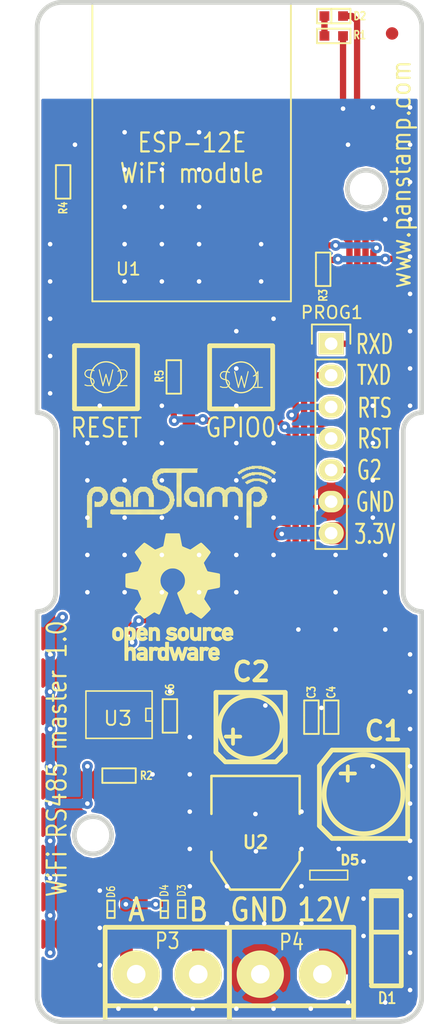
<source format=kicad_pcb>
(kicad_pcb (version 4) (host pcbnew 4.1.0-alpha+201607250104+6992~46~ubuntu14.04.1-product)
  (title_block (title "ESP8266 RS485 master") (date 2016-07-27) (rev 1.0) (company "panStamp S.L.U."))
  (layers (0 Front signal) (1 Ground power) (2 Power power) (31 Back signal) (34 B.Paste user) (35 F.Paste user) (36 B.SilkS user) (37 F.SilkS user) (38 B.Mask user) (39 F.Mask user) (44 Edge.Cuts user))
  (net 0 "")
  (net 1 GND)
  (net 2 "Net-(C1-Pad1)")
  (net 3 +3V3)
  (net 4 +12V)
  (net 5 "Net-(D2-Pad1)")
  (net 6 /GPIO15)
  (net 7 /RS485_A)
  (net 8 /RS485_B)
  (net 9 /RXD)
  (net 10 /TXD)
  (net 11 /GPIO0)
  (net 12 /RESET)
  (net 13 /GPIO2)
  (net 14 "Net-(U1-Pad9)")
  (net 15 "Net-(U1-Pad10)")
  (net 16 "Net-(U1-Pad11)")
  (net 17 "Net-(U1-Pad12)")
  (net 18 "Net-(U1-Pad13)")
  (net 19 "Net-(U1-Pad14)")
  (net 20 /ADC)
  (net 21 "Net-(U1-Pad4)")
  (net 22 "Net-(U1-Pad5)")
  (net 23 "Net-(U1-Pad6)")
  (net 24 "Net-(U1-Pad7)")
  (net 25 "Net-(U1-Pad19)")
  (net 26 /RTS)
  (net 27 "Net-(R4-Pad1)")
  (module Pin_Headers:Pin_Header_Straight_1x07 (layer Front) (at 164.64 72.01)
    (fp_text reference PROG1 (at 0.06 -2.51) (layer F.SilkS))
    (fp_text value CONN_01X07)
    (pad 1 thru_hole rect (at 0 0) (size 2.032 1.7272) (drill 1.016) (layers *.Cu *.Mask F.SilkS) (net 9 /RXD))
    (pad 2 thru_hole oval (at 0 2.54) (size 2.032 1.7272) (drill 1.016) (layers *.Cu *.Mask F.SilkS) (net 10 /TXD))
    (pad 3 thru_hole oval (at 0 5.08) (size 2.032 1.7272) (drill 1.016) (layers *.Cu *.Mask F.SilkS) (net 26 /RTS))
    (pad 4 thru_hole oval (at 0 7.62) (size 2.032 1.7272) (drill 1.016) (layers *.Cu *.Mask F.SilkS) (net 12 /RESET))
    (pad 5 thru_hole oval (at 0 10.16) (size 2.032 1.7272) (drill 1.016) (layers *.Cu *.Mask F.SilkS) (net 13 /GPIO2))
    (pad 6 thru_hole oval (at 0 12.7) (size 2.032 1.7272) (drill 1.016) (layers *.Cu *.Mask F.SilkS) (net 1 GND))
    (pad 7 thru_hole oval (at 0 15.24) (size 2.032 1.7272) (drill 1.016) (layers *.Cu *.Mask F.SilkS) (net 3 +3V3))
  )
  (module mysmd:switch-tact-noah (layer Front) (at 157.39 74.71)
    (fp_text reference SW1 (at 0.02 0.23) (layer F.SilkS) (effects (font (size 1.27 1.27) (thickness 0.0889))))
    (fp_text value SW_PUSH_SMALL hide)
    (pad 1 smd rect (at -2.49936 -1.75006) (size 1.99898 1.00076) (layers Front F.Paste F.Mask) (net 11 /GPIO0))
    (pad 3 smd rect (at 2.49936 -1.75006) (size 1.99898 1.00076) (layers Front F.Paste F.Mask))
    (pad 2 smd rect (at -2.49936 1.75006) (size 1.99898 1.00076) (layers Front F.Paste F.Mask) (net 1 GND))
    (pad 4 smd rect (at 2.49936 1.75006) (size 1.99898 1.00076) (layers Front F.Paste F.Mask))
  )
  (module mysmd:switch-tact-noah (layer Front) (at 146.5 74.7)
    (fp_text reference SW2 (at 0 0.1) (layer F.SilkS) (effects (font (size 1.27 1.27) (thickness 0.0889))))
    (fp_text value SW_PUSH_SMALL hide)
    (pad 1 smd rect (at -2.49936 -1.75006) (size 1.99898 1.00076) (layers Front F.Paste F.Mask) (net 12 /RESET))
    (pad 3 smd rect (at 2.49936 -1.75006) (size 1.99898 1.00076) (layers Front F.Paste F.Mask))
    (pad 2 smd rect (at -2.49936 1.75006) (size 1.99898 1.00076) (layers Front F.Paste F.Mask) (net 1 GND))
    (pad 4 smd rect (at 2.49936 1.75006) (size 1.99898 1.00076) (layers Front F.Paste F.Mask))
  )
  (module ESP8266:ESP-12E (layer Front) (at 145.4 53)
    (fp_text reference U1 (at 2.9 13) (layer F.SilkS))
    (fp_text value ESP-12E)
    (pad 9 smd oval (at 2.99 15.75 90) (size 2.4 1.1) (layers Front F.Paste F.Mask) (net 14 "Net-(U1-Pad9)"))
    (pad 10 smd oval (at 4.99 15.75 90) (size 2.4 1.1) (layers Front F.Paste F.Mask) (net 15 "Net-(U1-Pad10)"))
    (pad 11 smd oval (at 6.99 15.75 90) (size 2.4 1.1) (layers Front F.Paste F.Mask) (net 16 "Net-(U1-Pad11)"))
    (pad 12 smd oval (at 8.99 15.75 90) (size 2.4 1.1) (layers Front F.Paste F.Mask) (net 17 "Net-(U1-Pad12)"))
    (pad 13 smd oval (at 10.99 15.75 90) (size 2.4 1.1) (layers Front F.Paste F.Mask) (net 18 "Net-(U1-Pad13)"))
    (pad 14 smd oval (at 12.99 15.75 90) (size 2.4 1.1) (layers Front F.Paste F.Mask) (net 19 "Net-(U1-Pad14)"))
    (pad 1 smd rect (at 0 0) (size 2.4 1.1) (layers Front F.Paste F.Mask) (net 12 /RESET))
    (pad 2 smd oval (at 0 2) (size 2.4 1.1) (layers Front F.Paste F.Mask) (net 20 /ADC))
    (pad 3 smd oval (at 0 4) (size 2.4 1.1) (layers Front F.Paste F.Mask) (net 27 "Net-(R4-Pad1)"))
    (pad 4 smd oval (at 0 6) (size 2.4 1.1) (layers Front F.Paste F.Mask) (net 21 "Net-(U1-Pad4)"))
    (pad 5 smd oval (at 0 8) (size 2.4 1.1) (layers Front F.Paste F.Mask) (net 22 "Net-(U1-Pad5)"))
    (pad 6 smd oval (at 0 10) (size 2.4 1.1) (layers Front F.Paste F.Mask) (net 23 "Net-(U1-Pad6)"))
    (pad 7 smd oval (at 0 12) (size 2.4 1.1) (layers Front F.Paste F.Mask) (net 24 "Net-(U1-Pad7)"))
    (pad 8 smd oval (at 0 14) (size 2.4 1.1) (layers Front F.Paste F.Mask) (net 3 +3V3))
    (pad 15 smd oval (at 16 14) (size 2.4 1.1) (layers Front F.Paste F.Mask) (net 1 GND))
    (pad 16 smd oval (at 16 12) (size 2.4 1.1) (layers Front F.Paste F.Mask) (net 6 /GPIO15))
    (pad 17 smd oval (at 16 10) (size 2.4 1.1) (layers Front F.Paste F.Mask) (net 13 /GPIO2))
    (pad 18 smd oval (at 16 8) (size 2.4 1.1) (layers Front F.Paste F.Mask) (net 11 /GPIO0))
    (pad 19 smd oval (at 16 6) (size 2.4 1.1) (layers Front F.Paste F.Mask) (net 25 "Net-(U1-Pad19)"))
    (pad 20 smd oval (at 16 4) (size 2.4 1.1) (layers Front F.Paste F.Mask) (net 26 /RTS))
    (pad 21 smd oval (at 16 2) (size 2.4 1.1) (layers Front F.Paste F.Mask) (net 9 /RXD))
    (pad 22 smd oval (at 16 0) (size 2.4 1.1) (layers Front F.Paste F.Mask) (net 10 /TXD))
  )
  (module myconnectors:terminal_block_5mm_2P (layer Front) (at 151.45 122.75)
    (fp_text reference P3 (at 0 -2.7 180) (layer F.SilkS) (effects (font (size 1.27 1.016) (thickness 0.1524))))
    (fp_text value CONN_01X02 hide)
    (pad 1 thru_hole circle (at -2.51714 -0.0254) (size 3.81 3.81) (drill 1.4986) (layers *.Cu *.Mask F.SilkS) (net 7 /RS485_A))
    (pad 2 thru_hole circle (at 2.48412 -0.0254) (size 3.81 3.81) (drill 1.4986) (layers *.Cu *.Mask F.SilkS) (net 8 /RS485_B))
  )
  (module myconnectors:terminal_block_5mm_2P (layer Front) (at 161.45 122.75)
    (fp_text reference P4 (at 0 -2.6 180) (layer F.SilkS) (effects (font (size 1.27 1.016) (thickness 0.1524))))
    (fp_text value CONN_01X02 hide)
    (pad 1 thru_hole circle (at -2.51714 -0.0254) (size 3.81 3.81) (drill 1.4986) (layers *.Cu *.Mask F.SilkS) (net 1 GND))
    (pad 2 thru_hole circle (at 2.48412 -0.0254) (size 3.81 3.81) (drill 1.4986) (layers *.Cu *.Mask F.SilkS) (net 4 +12V))
  )
  (module mysmd:SMDCPOL_6.3 (layer Front) (at 167.25 108.25)
    (fp_text reference C1 (at 1.6 -5.1) (layer F.SilkS) (effects (font (thickness 0.3048))))
    (fp_text value 47u hide)
    (fp_text user + (at -1.27 -1.778) (layer F.SilkS) (effects (font (thickness 0.3048))))
    (pad 2 smd rect (at 2.286 0) (size 2.79908 1.00076) (layers Front F.Paste F.Mask) (net 1 GND))
    (pad 1 smd rect (at -2.286 0) (size 2.79908 1.00076) (layers Front F.Paste F.Mask) (net 2 "Net-(C1-Pad1)"))
  )
  (module mysmd:SMDCPOL_5 (layer Front) (at 158.15 102.85 90)
    (fp_text reference C2 (at 4.45 0.05 180) (layer F.SilkS) (effects (font (thickness 0.3048))))
    (fp_text value 22u hide)
    (fp_text user + (at -0.762 -1.524 90) (layer F.SilkS) (effects (font (thickness 0.3048))))
    (pad 1 smd rect (at -1.778 0 90) (size 2.49936 1.00076) (layers Front F.Paste F.Mask) (net 3 +3V3))
    (pad 2 smd rect (at 1.778 0 90) (size 2.49936 1.00076) (layers Front F.Paste F.Mask) (net 1 GND))
  )
  (module mysmd:SM0603S (layer Front) (at 163.05 102.05 90)
    (fp_text reference C3 (at 2 0 90) (layer F.SilkS) (effects (font (size 0.635 0.508) (thickness 0.127))))
    (fp_text value 1u hide)
    (pad 2 smd rect (at 0.7493 0 90) (size 0.7874 0.762) (layers Front F.Paste F.Mask) (net 1 GND))
    (pad 1 smd rect (at -0.7493 0 90) (size 0.7874 0.762) (layers Front F.Paste F.Mask) (net 3 +3V3))
  )
  (module mysmd:SM0603S (layer Front) (at 164.65 102.05 90)
    (fp_text reference C4 (at 2 0 90) (layer F.SilkS) (effects (font (size 0.635 0.508) (thickness 0.127))))
    (fp_text value 100n hide)
    (pad 2 smd rect (at 0.7493 0 90) (size 0.7874 0.762) (layers Front F.Paste F.Mask) (net 1 GND))
    (pad 1 smd rect (at -0.7493 0 90) (size 0.7874 0.762) (layers Front F.Paste F.Mask) (net 3 +3V3))
  )
  (module mysmd:SM0603S (layer Front) (at 151.65 101.95 90)
    (fp_text reference C6 (at 2.1 0 90) (layer F.SilkS) (effects (font (size 0.635 0.508) (thickness 0.127))))
    (fp_text value 100n hide)
    (pad 2 smd rect (at 0.7493 0 90) (size 0.7874 0.762) (layers Front F.Paste F.Mask) (net 1 GND))
    (pad 1 smd rect (at -0.7493 0 90) (size 0.7874 0.762) (layers Front F.Paste F.Mask) (net 3 +3V3))
  )
  (module mysmd:SMA (layer Front) (at 169.15 119.85 90)
    (fp_text reference D1 (at -4.8 0 -180) (layer F.SilkS) (effects (font (size 0.889 0.762) (thickness 0.1524))))
    (fp_text value DIODESCH hide)
    (pad 2 smd rect (at -1.99898 0 90) (size 2.50952 1.70942) (layers Front F.Paste F.Mask) (net 4 +12V))
    (pad 1 smd rect (at 1.99898 0 90) (size 2.50952 1.70942) (layers Front F.Paste F.Mask) (net 2 "Net-(C1-Pad1)"))
  )
  (module mysmd:SM0603S_POL (layer Front) (at 164.85 45.65 180)
    (fp_text reference D2 (at -2.1 0 180) (layer F.SilkS) (effects (font (size 0.635 0.508) (thickness 0.127))))
    (fp_text value LED hide)
    (pad 1 smd rect (at 0.7493 0 180) (size 0.7874 0.762) (layers Front F.Paste F.Mask) (net 5 "Net-(D2-Pad1)"))
    (pad 2 smd rect (at -0.7493 0 180) (size 0.7874 0.762) (layers Front F.Paste F.Mask) (net 6 /GPIO15))
  )
  (module mysmd:SM0603S (layer Front) (at 164.85 47.25 180)
    (fp_text reference R1 (at -2.09 0.07 180) (layer F.SilkS) (effects (font (size 0.635 0.508) (thickness 0.127))))
    (fp_text value 470 hide)
    (pad 2 smd rect (at 0.7493 0 180) (size 0.7874 0.762) (layers Front F.Paste F.Mask) (net 5 "Net-(D2-Pad1)"))
    (pad 1 smd rect (at -0.7493 0 180) (size 0.7874 0.762) (layers Front F.Paste F.Mask) (net 1 GND))
  )
  (module mysmd:SM0603S (layer Front) (at 147.55 106.75)
    (fp_text reference R2 (at 2.2 0) (layer F.SilkS) (effects (font (size 0.635 0.508) (thickness 0.127))))
    (fp_text value 120 hide)
    (pad 2 smd rect (at 0.7493 0) (size 0.7874 0.762) (layers Front F.Paste F.Mask) (net 8 /RS485_B))
    (pad 1 smd rect (at -0.7493 0) (size 0.7874 0.762) (layers Front F.Paste F.Mask) (net 7 /RS485_A))
  )
  (module libcms:SOT223 (layer Front) (at 158.55 111.35 180)
    (fp_text reference U2 (at 0 -0.762 180) (layer F.SilkS) (effects (font (size 1.016 1.016) (thickness 0.2032))))
    (fp_text value UA78M33 hide)
    (pad 4 smd rect (at 0 -3.302 180) (size 3.6576 2.032) (layers Front F.Paste F.Mask) (net 1 GND))
    (pad 2 smd rect (at 0 3.302 180) (size 1.016 2.032) (layers Front F.Paste F.Mask) (net 1 GND))
    (pad 3 smd rect (at 2.286 3.302 180) (size 1.016 2.032) (layers Front F.Paste F.Mask) (net 3 +3V3))
    (pad 1 smd rect (at -2.286 3.302 180) (size 1.016 2.032) (layers Front F.Paste F.Mask) (net 2 "Net-(C1-Pad1)"))
  )
  (module libcms:SO8E (layer Front) (at 147.55 101.85 180)
    (fp_text reference U3 (at 0.1 -0.3 180) (layer F.SilkS) (effects (font (size 1.143 1.143) (thickness 0.1524))))
    (fp_text value MAX487 hide)
    (pad 8 smd rect (at -1.905 -2.667 180) (size 0.59944 1.39954) (layers Front F.Paste F.Mask) (net 3 +3V3))
    (pad 1 smd rect (at -1.905 2.667 180) (size 0.59944 1.39954) (layers Front F.Paste F.Mask) (net 9 /RXD))
    (pad 7 smd rect (at -0.635 -2.667 180) (size 0.59944 1.39954) (layers Front F.Paste F.Mask) (net 8 /RS485_B))
    (pad 6 smd rect (at 0.635 -2.667 180) (size 0.59944 1.39954) (layers Front F.Paste F.Mask) (net 7 /RS485_A))
    (pad 5 smd rect (at 1.905 -2.667 180) (size 0.59944 1.39954) (layers Front F.Paste F.Mask) (net 1 GND))
    (pad 2 smd rect (at -0.635 2.667 180) (size 0.59944 1.39954) (layers Front F.Paste F.Mask) (net 26 /RTS))
    (pad 3 smd rect (at 0.635 2.667 180) (size 0.59944 1.39954) (layers Front F.Paste F.Mask) (net 26 /RTS))
    (pad 4 smd rect (at 1.905 2.667 180) (size 0.59944 1.39954) (layers Front F.Paste F.Mask) (net 10 /TXD))
  )
  (module mysmd:SOT23 (layer Front) (at 164.45 114.75 180)
    (fp_text reference D5 (at -1.7 1.2) (layer F.SilkS) (effects (font (size 0.762 0.762) (thickness 0.1905))))
    (fp_text value D_Schottky_x2_ACom_KKA hide)
    (pad 2 smd rect (at -0.889 -1.016 180) (size 0.9144 0.9144) (layers Front F.Paste F.Mask) (net 4 +12V))
    (pad 1 smd rect (at 0.889 -1.016 180) (size 0.9144 0.9144) (layers Front F.Paste F.Mask) (net 4 +12V))
    (pad 3 smd rect (at 0 1.016 180) (size 0.9144 0.9144) (layers Front F.Paste F.Mask) (net 1 GND))
  )
  (module mymods:PANSTAMPLOGO (layer Front) (at 144.97 81.53)
    (fp_text reference G*** hide)
    (fp_text value PANSTAMPLOGO hide)
  )
  (module mysmd:oshlogo (layer Front) (at 151.87 92.39)
    (fp_text reference G*** hide)
    (fp_text value LOGO hide)
  )
  (module mymods:fiducial (layer Front) (at 143.05 124.15)
    (fp_text reference fiducial hide)
    (fp_text value VAL** hide)
    (pad 1 smd circle (at 0 0) (size 1 1) (layers Front F.Mask) (clearance 0.5))
  )
  (module mymods:fiducial (layer Front) (at 169.55 47.05)
    (fp_text reference fiducial hide)
    (fp_text value VAL** hide)
    (pad 1 smd circle (at 0 0) (size 1 1) (layers Front F.Mask) (clearance 0.5))
  )
  (module mysmd:SM0603S (layer Front) (at 164 66.02 90)
    (fp_text reference R3 (at -2.1 0 90) (layer F.SilkS) (effects (font (size 0.635 0.508) (thickness 0.127))))
    (fp_text value 10k hide)
    (pad 2 smd rect (at 0.7493 0 90) (size 0.7874 0.762) (layers Front F.Paste F.Mask) (net 6 /GPIO15))
    (pad 1 smd rect (at -0.7493 0 90) (size 0.7874 0.762) (layers Front F.Paste F.Mask) (net 1 GND))
  )
  (module mysmd:SM0603S (layer Front) (at 151.96 74.68 90)
    (fp_text reference R5 (at 0.0635 -1.1557 90) (layer F.SilkS) (effects (font (size 0.635 0.508) (thickness 0.127))))
    (fp_text value 10k hide)
    (pad 2 smd rect (at 0.7493 0 90) (size 0.7874 0.762) (layers Front F.Paste F.Mask) (net 3 +3V3))
    (pad 1 smd rect (at -0.7493 0 90) (size 0.7874 0.762) (layers Front F.Paste F.Mask) (net 12 /RESET))
  )
  (module mysmd:SM0603S (layer Front) (at 143.05 58.99 270)
    (fp_text reference R4 (at 2.1 0 270) (layer F.SilkS) (effects (font (size 0.635 0.508) (thickness 0.127))))
    (fp_text value 10k hide)
    (pad 2 smd rect (at 0.7493 0 270) (size 0.7874 0.762) (layers Front F.Paste F.Mask) (net 3 +3V3))
    (pad 1 smd rect (at -0.7493 0 270) (size 0.7874 0.762) (layers Front F.Paste F.Mask) (net 27 "Net-(R4-Pad1)"))
  )
  (module mysmd:SOD-923 (layer Front) (at 152.6 117.5 270)
    (fp_text reference D3 (at -1.5 0 270) (layer F.SilkS) (effects (font (size 0.635 0.508) (thickness 0.1016))))
    (fp_text value TVS)
    (pad 1 smd rect (at -0.42 0 270) (size 0.36 0.25) (layers Front F.Paste F.Mask) (net 1 GND))
    (pad 2 smd rect (at 0.42 0 270) (size 0.36 0.25) (layers Front F.Paste F.Mask) (net 8 /RS485_B))
  )
  (module mysmd:SOD-923 (layer Front) (at 151.2 117.5 90)
    (fp_text reference D4 (at 1.5 0 90) (layer F.SilkS) (effects (font (size 0.635 0.508) (thickness 0.1016))))
    (fp_text value TVS)
    (pad 1 smd rect (at -0.42 0 90) (size 0.36 0.25) (layers Front F.Paste F.Mask) (net 8 /RS485_B))
    (pad 2 smd rect (at 0.42 0 90) (size 0.36 0.25) (layers Front F.Paste F.Mask) (net 7 /RS485_A))
  )
  (module mysmd:SOD-923 (layer Front) (at 146.9 117.5 90)
    (fp_text reference D6 (at 1.4 0 90) (layer F.SilkS) (effects (font (size 0.635 0.508) (thickness 0.1016))))
    (fp_text value TVS)
    (pad 1 smd rect (at -0.42 0 90) (size 0.36 0.25) (layers Front F.Paste F.Mask) (net 7 /RS485_A))
    (pad 2 smd rect (at 0.42 0 90) (size 0.36 0.25) (layers Front F.Paste F.Mask) (net 1 GND))
  )
  (gr_text "WiFi RS485 master 1.0" (at 142.55 105.39 90) (layer F.SilkS) (effects (font (size 1.524 1.27) (thickness 0.1778))))
  (gr_text GPIO0 (at 157.36 78.76) (layer F.SilkS) (effects (font (size 1.524 1.27) (thickness 0.1778))))
  (gr_text RESET (at 146.53 78.78) (layer F.SilkS) (effects (font (size 1.524 1.27) (thickness 0.1778))))
  (gr_text RST (at 168.14 79.66) (layer F.SilkS) (effects (font (size 1.524 1.016) (thickness 0.1778))))
  (gr_text RXD (at 168.14 72.06) (layer F.SilkS) (effects (font (size 1.524 1.016) (thickness 0.1778))))
  (gr_text RTS (at 168.15 77.19) (layer F.SilkS) (effects (font (size 1.524 1.016) (thickness 0.1778))))
  (gr_text TXD (at 168.11 74.54) (layer F.SilkS) (effects (font (size 1.524 1.016) (thickness 0.1778))))
  (gr_text G2 (at 167.72 82.18) (layer F.SilkS) (effects (font (size 1.524 1.016) (thickness 0.1778))))
  (gr_text 3.3V (at 168.16 87.33) (layer F.SilkS) (effects (font (size 1.524 1.016) (thickness 0.1778))))
  (gr_text GND (at 168.19 84.75) (layer F.SilkS) (effects (font (size 1.524 1.016) (thickness 0.1778))))
  (gr_text A (at 148.95 117.55) (layer F.SilkS) (effects (font (size 1.778 1.524) (thickness 0.254))))
  (gr_text "ESP-12E\nWiFi module" (at 153.43 57.07) (layer F.SilkS) (effects (font (size 1.524 1.27) (thickness 0.1778))))
  (gr_text GND (at 158.85 117.55) (layer F.SilkS) (effects (font (size 1.778 1.524) (thickness 0.254))))
  (gr_text 12V (at 164.05 117.55) (layer F.SilkS) (effects (font (size 1.778 1.524) (thickness 0.254))))
  (gr_text B (at 153.95 117.55) (layer F.SilkS) (effects (font (size 1.778 1.524) (thickness 0.254))))
  (gr_circle (center 167.45 59.55) (end 168.95 59.55) (layer Edge.Cuts) (width 0.381))
  (gr_circle (center 145.45 111.55) (end 146.95 111.55) (layer Edge.Cuts) (width 0.381))
  (gr_line (start 140.95 46.75) (end 140.95 46.55) (angle 90) (layer Edge.Cuts) (width 0.381))
  (gr_line (start 171.95 46.55) (end 171.95 46.75) (angle 90) (layer Edge.Cuts) (width 0.381))
  (gr_line (start 171.95 124.65) (end 171.95 124.35) (angle 90) (layer Edge.Cuts) (width 0.381))
  (gr_line (start 140.95 124.55) (end 140.95 124.35) (angle 90) (layer Edge.Cuts) (width 0.381))
  (gr_line (start 142.95 44.55) (end 169.95 44.55) (angle 90) (layer Edge.Cuts) (width 0.381))
  (gr_line (start 140.95 77.55) (end 140.95 46.75) (angle 90) (layer Edge.Cuts) (width 0.381))
  (gr_line (start 140.95 124.35) (end 140.95 93.55) (angle 90) (layer Edge.Cuts) (width 0.381))
  (gr_line (start 169.95 126.55) (end 142.95 126.55) (angle 90) (layer Edge.Cuts) (width 0.381))
  (gr_line (start 171.95 124.35) (end 171.95 93.55) (angle 90) (layer Edge.Cuts) (width 0.381))
  (gr_line (start 171.95 77.55) (end 171.95 46.75) (angle 90) (layer Edge.Cuts) (width 0.381))
  (gr_line (start 170.45 92.05) (end 170.45 79.05) (angle 90) (layer Edge.Cuts) (width 0.381))
  (gr_line (start 142.45 92.05) (end 142.45 79.05) (angle 90) (layer Edge.Cuts) (width 0.381))
  (gr_arc (start 140.95 92.05) (end 142.45 92.05) (angle 90) (layer Edge.Cuts) (width 0.381))
  (gr_arc (start 140.95 79.05) (end 140.95 77.55) (angle 90) (layer Edge.Cuts) (width 0.381))
  (gr_arc (start 171.95 92.05) (end 171.95 93.55) (angle 90) (layer Edge.Cuts) (width 0.381))
  (gr_arc (start 171.95 79.05) (end 170.45 79.05) (angle 90) (layer Edge.Cuts) (width 0.381))
  (gr_arc (start 142.95 124.55) (end 142.95 126.55) (angle 90) (layer Edge.Cuts) (width 0.381))
  (gr_arc (start 169.95 124.55) (end 171.95 124.55) (angle 90) (layer Edge.Cuts) (width 0.381))
  (gr_arc (start 169.95 46.55) (end 169.95 44.55) (angle 90) (layer Edge.Cuts) (width 0.381))
  (gr_arc (start 142.95 46.55) (end 140.95 46.55) (angle 90) (layer Edge.Cuts) (width 0.381))
  (gr_text www.panstamp.com (at 170.27 58.39 90) (layer F.SilkS) (effects (font (size 1.524 1.27) (thickness 0.1778))))
  (segment (start 142 121) (end 142 118) (width 0.762) (layer Back) (net 0))
  (segment (start 142 112) (end 142 115) (width 0.762) (layer Back) (net 0))
  (via (at 142 112) (size 0.8763) (drill 0.3683) (layers Front Back) (net 0))
  (segment (start 142 112) (end 142 109) (width 0.762) (layer Back) (net 0))
  (via (at 142 109) (size 0.8763) (drill 0.3683) (layers Front Back) (net 0))
  (via (at 142 118) (size 0.8763) (drill 0.3683) (layers Front Back) (net 0))
  (segment (start 142 115) (end 142 118) (width 0.762) (layer Back) (net 0))
  (via (at 142 115) (size 0.8763) (drill 0.3683) (layers Front Back) (net 0))
  (via (at 142 121) (size 0.8763) (drill 0.3683) (layers Front Back) (net 0))
  (segment (start 145 106) (end 145 109) (width 0.762) (layer Back) (net 0))
  (via (at 145 109) (size 0.8763) (drill 0.3683) (layers Front Back) (net 0))
  (segment (start 145 109) (end 142 109) (width 0.762) (layer Back) (net 0))
  (via (at 145 106) (size 0.8763) (drill 0.3683) (layers Front Back) (net 0))
  (segment (start 142 97) (end 142 95) (width 0.762) (layer Back) (net 0))
  (via (at 142 97) (size 0.8763) (drill 0.3683) (layers Front Back) (net 0))
  (segment (start 142 100) (end 142 103) (width 0.762) (layer Back) (net 0))
  (via (at 142 103) (size 0.8763) (drill 0.3683) (layers Front Back) (net 0))
  (segment (start 142 106) (end 142 109) (width 0.762) (layer Back) (net 0))
  (via (at 142 106) (size 0.8763) (drill 0.3683) (layers Front Back) (net 0))
  (segment (start 142 103) (end 142 106) (width 0.762) (layer Back) (net 0))
  (via (at 142 100) (size 0.8763) (drill 0.3683) (layers Front Back) (net 0))
  (segment (start 142 97) (end 142 100) (width 0.762) (layer Back) (net 0))
  (via (at 143 94) (size 0.8763) (drill 0.3683) (layers Front Back) (net 0))
  (segment (start 142 95) (end 143 94) (width 0.762) (layer Back) (net 0))
  (segment (start 165 95) (end 162 95) (width 0.508) (layer Back) (net 1))
  (via (at 165 95) (size 0.8763) (drill 0.3683) (layers Front Back) (net 1))
  (via (at 162 95) (size 0.8763) (drill 0.3683) (layers Front Back) (net 1))
  (segment (start 165 89) (end 165 92) (width 0.508) (layer Back) (net 1))
  (via (at 165 92) (size 0.8763) (drill 0.3683) (layers Front Back) (net 1))
  (segment (start 165 95) (end 169 95) (width 0.508) (layer Back) (net 1))
  (via (at 169 95) (size 0.8763) (drill 0.3683) (layers Front Back) (net 1))
  (segment (start 165 92) (end 165 95) (width 0.508) (layer Back) (net 1))
  (via (at 165 89) (size 0.8763) (drill 0.3683) (layers Front Back) (net 1))
  (segment (start 146 122) (end 146 119) (width 0.508) (layer Back) (net 1))
  (via (at 146 119) (size 0.8763) (drill 0.3683) (layers Front Back) (net 1))
  (segment (start 146.35 115.65) (end 153.25 115.65) (width 0.508) (layer Back) (net 1))
  (via (at 153.25 115.65) (size 0.8763) (drill 0.3683) (layers Front Back) (net 1))
  (via (at 146 116) (size 0.8763) (drill 0.3683) (layers Front Back) (net 1))
  (segment (start 146.35 115.65) (end 146 116) (width 0.508) (layer Back) (net 1))
  (segment (start 146 119) (end 146 116) (width 0.508) (layer Back) (net 1))
  (via (at 146 122) (size 0.8763) (drill 0.3683) (layers Front Back) (net 1))
  (segment (start 147.5 125.5) (end 150.5 125.5) (width 0.508) (layer Back) (net 1))
  (via (at 150.5 125.5) (size 0.8763) (drill 0.3683) (layers Front Back) (net 1))
  (segment (start 153.5 125.5) (end 157 125.5) (width 0.508) (layer Back) (net 1))
  (via (at 157 125.5) (size 0.8763) (drill 0.3683) (layers Front Back) (net 1))
  (segment (start 160 125.5) (end 163 125.5) (width 0.508) (layer Back) (net 1))
  (segment (start 164.5 125) (end 164 125.5) (width 0.508) (layer Back) (net 1))
  (segment (start 164 125.5) (end 163 125.5) (width 0.508) (layer Back) (net 1))
  (via (at 163 125.5) (size 0.8763) (drill 0.3683) (layers Front Back) (net 1))
  (segment (start 166 125) (end 169 125) (width 0.508) (layer Back) (net 1))
  (segment (start 170 124) (end 169 125) (width 0.508) (layer Back) (net 1))
  (via (at 169 125) (size 0.8763) (drill 0.3683) (layers Front Back) (net 1))
  (segment (start 171 124) (end 171 121) (width 0.508) (layer Back) (net 1))
  (via (at 171 121) (size 0.8763) (drill 0.3683) (layers Front Back) (net 1))
  (segment (start 171 118) (end 171 115) (width 0.508) (layer Back) (net 1))
  (via (at 171 115) (size 0.8763) (drill 0.3683) (layers Front Back) (net 1))
  (segment (start 171 112) (end 171 109) (width 0.508) (layer Back) (net 1))
  (via (at 171 112) (size 0.8763) (drill 0.3683) (layers Front Back) (net 1))
  (segment (start 171 115) (end 171 112) (width 0.508) (layer Back) (net 1))
  (via (at 171 118) (size 0.8763) (drill 0.3683) (layers Front Back) (net 1))
  (segment (start 171 121) (end 171 118) (width 0.508) (layer Back) (net 1))
  (via (at 171 124) (size 0.8763) (drill 0.3683) (layers Front Back) (net 1))
  (segment (start 171 124) (end 170 124) (width 0.508) (layer Back) (net 1))
  (via (at 166 125) (size 0.8763) (drill 0.3683) (layers Front Back) (net 1))
  (segment (start 166 125) (end 164.5 125) (width 0.508) (layer Back) (net 1))
  (via (at 160 125.5) (size 0.8763) (drill 0.3683) (layers Front Back) (net 1))
  (segment (start 157 125.5) (end 160 125.5) (width 0.508) (layer Back) (net 1))
  (via (at 153.5 125.5) (size 0.8763) (drill 0.3683) (layers Front Back) (net 1))
  (segment (start 150.5 125.5) (end 153.5 125.5) (width 0.508) (layer Back) (net 1))
  (via (at 147.5 125.5) (size 0.8763) (drill 0.3683) (layers Front Back) (net 1))
  (segment (start 158.55 114.652) (end 158.55 112.87) (width 0.508) (layer Front) (net 1))
  (via (at 158.58 112.84) (size 0.8763) (drill 0.3683) (layers Front Back) (net 1))
  (segment (start 158.55 112.87) (end 158.58 112.84) (width 0.508) (layer Front) (net 1))
  (segment (start 169.536 108.25) (end 170.25 108.25) (width 0.508) (layer Front) (net 1))
  (segment (start 170.25 108.25) (end 171 109) (width 0.508) (layer Front) (net 1))
  (segment (start 171 106) (end 171 109) (width 0.508) (layer Back) (net 1))
  (via (at 171 106) (size 0.8763) (drill 0.3683) (layers Front Back) (net 1))
  (via (at 171 109) (size 0.8763) (drill 0.3683) (layers Front Back) (net 1))
  (segment (start 168 106) (end 171 106) (width 0.508) (layer Back) (net 1))
  (segment (start 171 103) (end 171 100) (width 0.508) (layer Back) (net 1))
  (via (at 171 100) (size 0.8763) (drill 0.3683) (layers Front Back) (net 1))
  (segment (start 171 97) (end 169 95) (width 0.508) (layer Back) (net 1))
  (segment (start 169 92) (end 169 89) (width 0.508) (layer Back) (net 1))
  (segment (start 168 88) (end 169 89) (width 0.508) (layer Back) (net 1))
  (via (at 169 89) (size 0.8763) (drill 0.3683) (layers Front Back) (net 1))
  (segment (start 168 86) (end 168 85) (width 0.508) (layer Back) (net 1))
  (via (at 168 86) (size 0.8763) (drill 0.3683) (layers Front Back) (net 1))
  (segment (start 168 86) (end 168 88) (width 0.508) (layer Back) (net 1))
  (via (at 169 92) (size 0.8763) (drill 0.3683) (layers Front Back) (net 1))
  (segment (start 169 95) (end 169 92) (width 0.508) (layer Back) (net 1))
  (via (at 171 97) (size 0.8763) (drill 0.3683) (layers Front Back) (net 1))
  (segment (start 171 100) (end 171 97) (width 0.508) (layer Back) (net 1))
  (via (at 171 103) (size 0.8763) (drill 0.3683) (layers Front Back) (net 1))
  (segment (start 171 106) (end 171 103) (width 0.508) (layer Back) (net 1))
  (via (at 168 106) (size 0.8763) (drill 0.3683) (layers Front Back) (net 1))
  (segment (start 164.64 84.71) (end 168 84.71) (width 0.508) (layer Back) (net 1))
  (segment (start 168 84.71) (end 168 85) (width 0.508) (layer Back) (net 1))
  (segment (start 168 85) (end 168 83) (width 0.508) (layer Back) (net 1))
  (segment (start 168 83) (end 168 80) (width 0.508) (layer Back) (net 1))
  (via (at 168 80) (size 0.8763) (drill 0.3683) (layers Front Back) (net 1))
  (segment (start 168 77) (end 171 77) (width 0.508) (layer Back) (net 1))
  (via (at 171 77) (size 0.8763) (drill 0.3683) (layers Front Back) (net 1))
  (segment (start 171 74) (end 171 71) (width 0.508) (layer Back) (net 1))
  (via (at 171 71) (size 0.8763) (drill 0.3683) (layers Front Back) (net 1))
  (segment (start 171 68) (end 171 65) (width 0.508) (layer Back) (net 1))
  (via (at 171 65) (size 0.8763) (drill 0.3683) (layers Front Back) (net 1))
  (segment (start 171 65) (end 171 62) (width 0.508) (layer Back) (net 1))
  (via (at 171 62) (size 0.8763) (drill 0.3683) (layers Front Back) (net 1))
  (via (at 171 68) (size 0.8763) (drill 0.3683) (layers Front Back) (net 1))
  (segment (start 171 71) (end 171 68) (width 0.508) (layer Back) (net 1))
  (via (at 171 74) (size 0.8763) (drill 0.3683) (layers Front Back) (net 1))
  (segment (start 171 77) (end 171 74) (width 0.508) (layer Back) (net 1))
  (via (at 168 77) (size 0.8763) (drill 0.3683) (layers Front Back) (net 1))
  (segment (start 168 80) (end 168 77) (width 0.508) (layer Back) (net 1))
  (via (at 168 83) (size 0.8763) (drill 0.3683) (layers Front Back) (net 1))
  (segment (start 171 62) (end 169 62) (width 0.508) (layer Back) (net 1))
  (via (at 169 62) (size 0.8763) (drill 0.3683) (layers Front Back) (net 1))
  (segment (start 171 59) (end 171 56) (width 0.508) (layer Back) (net 1))
  (via (at 171 56) (size 0.8763) (drill 0.3683) (layers Front Back) (net 1))
  (segment (start 171 53) (end 168 53) (width 0.508) (layer Back) (net 1))
  (segment (start 167.9 53.1) (end 168 53) (width 0.508) (layer Back) (net 1))
  (via (at 168 53) (size 0.8763) (drill 0.3683) (layers Front Back) (net 1))
  (segment (start 167.9 53.1) (end 165.6 53.1) (width 0.508) (layer Back) (net 1))
  (via (at 171 53) (size 0.8763) (drill 0.3683) (layers Front Back) (net 1))
  (segment (start 171 56) (end 171 53) (width 0.508) (layer Back) (net 1))
  (via (at 171 59) (size 0.8763) (drill 0.3683) (layers Front Back) (net 1))
  (segment (start 171 62) (end 171 59) (width 0.508) (layer Back) (net 1))
  (segment (start 165.6 53.1) (end 165.6 55.6) (width 0.508) (layer Back) (net 1))
  (segment (start 165.5993 53.0993) (end 165.6 53.1) (width 0.508) (layer Front) (net 1))
  (via (at 165.6 53.1) (size 0.8763) (drill 0.3683) (layers Front Back) (net 1))
  (segment (start 165.5993 47.25) (end 165.5993 53.0993) (width 0.508) (layer Front) (net 1))
  (via (at 166 56) (size 0.8763) (drill 0.3683) (layers Front Back) (net 1))
  (segment (start 165.6 55.6) (end 166 56) (width 0.508) (layer Back) (net 1))
  (segment (start 145 83) (end 145 86) (width 0.508) (layer Back) (net 1))
  (via (at 145 86) (size 0.8763) (drill 0.3683) (layers Front Back) (net 1))
  (segment (start 148 86) (end 148 83) (width 0.508) (layer Back) (net 1))
  (via (at 148 83) (size 0.8763) (drill 0.3683) (layers Front Back) (net 1))
  (via (at 148 80) (size 0.8763) (drill 0.3683) (layers Front Back) (net 1))
  (segment (start 148 83) (end 148 80) (width 0.508) (layer Back) (net 1))
  (via (at 148 86) (size 0.8763) (drill 0.3683) (layers Front Back) (net 1))
  (segment (start 145 86) (end 148 86) (width 0.508) (layer Back) (net 1))
  (via (at 145 83) (size 0.8763) (drill 0.3683) (layers Front Back) (net 1))
  (segment (start 146 80) (end 146 77) (width 0.508) (layer Back) (net 1))
  (via (at 146 77) (size 0.8763) (drill 0.3683) (layers Front Back) (net 1))
  (segment (start 145 80) (end 146 80) (width 0.508) (layer Back) (net 1))
  (segment (start 146 80) (end 148 80) (width 0.508) (layer Back) (net 1))
  (via (at 151 80) (size 0.8763) (drill 0.3683) (layers Front Back) (net 1))
  (segment (start 148 80) (end 151 80) (width 0.508) (layer Back) (net 1))
  (via (at 145 80) (size 0.8763) (drill 0.3683) (layers Front Back) (net 1))
  (segment (start 151 77) (end 151 80) (width 0.508) (layer Back) (net 1))
  (segment (start 151 83) (end 151 86) (width 0.508) (layer Back) (net 1))
  (via (at 151 86) (size 0.8763) (drill 0.3683) (layers Front Back) (net 1))
  (via (at 151 89) (size 0.8763) (drill 0.3683) (layers Front Back) (net 1))
  (segment (start 151 86) (end 151 89) (width 0.508) (layer Back) (net 1))
  (via (at 151 83) (size 0.8763) (drill 0.3683) (layers Front Back) (net 1))
  (segment (start 151 80) (end 151 83) (width 0.508) (layer Back) (net 1))
  (via (at 151 77) (size 0.8763) (drill 0.3683) (layers Front Back) (net 1))
  (segment (start 157 92) (end 154 92) (width 0.508) (layer Back) (net 1))
  (via (at 154 92) (size 0.8763) (drill 0.3683) (layers Front Back) (net 1))
  (segment (start 151 92) (end 148 92) (width 0.508) (layer Back) (net 1))
  (via (at 148 92) (size 0.8763) (drill 0.3683) (layers Front Back) (net 1))
  (segment (start 145 92) (end 145 89) (width 0.508) (layer Back) (net 1))
  (via (at 145 89) (size 0.8763) (drill 0.3683) (layers Front Back) (net 1))
  (segment (start 148 89) (end 151 89) (width 0.508) (layer Back) (net 1))
  (segment (start 154 89) (end 157 89) (width 0.508) (layer Back) (net 1))
  (via (at 157 89) (size 0.8763) (drill 0.3683) (layers Front Back) (net 1))
  (via (at 154 89) (size 0.8763) (drill 0.3683) (layers Front Back) (net 1))
  (segment (start 151 89) (end 154 89) (width 0.508) (layer Back) (net 1))
  (via (at 148 89) (size 0.8763) (drill 0.3683) (layers Front Back) (net 1))
  (segment (start 145 89) (end 148 89) (width 0.508) (layer Back) (net 1))
  (via (at 145 92) (size 0.8763) (drill 0.3683) (layers Front Back) (net 1))
  (segment (start 148 92) (end 145 92) (width 0.508) (layer Back) (net 1))
  (via (at 151 92) (size 0.8763) (drill 0.3683) (layers Front Back) (net 1))
  (segment (start 154 92) (end 151 92) (width 0.508) (layer Back) (net 1))
  (via (at 157 92) (size 0.8763) (drill 0.3683) (layers Front Back) (net 1))
  (segment (start 160 89) (end 157 89) (width 0.508) (layer Back) (net 1))
  (via (at 157 86) (size 0.8763) (drill 0.3683) (layers Front Back) (net 1))
  (segment (start 157 89) (end 157 86) (width 0.508) (layer Back) (net 1))
  (via (at 160 89) (size 0.8763) (drill 0.3683) (layers Front Back) (net 1))
  (segment (start 160 86) (end 163.35 86) (width 0.508) (layer Back) (net 1))
  (via (at 160 86) (size 0.8763) (drill 0.3683) (layers Front Back) (net 1))
  (segment (start 157 86) (end 157 83) (width 0.508) (layer Back) (net 1))
  (via (at 157 83) (size 0.8763) (drill 0.3683) (layers Front Back) (net 1))
  (segment (start 160 83) (end 160 80) (width 0.508) (layer Back) (net 1))
  (via (at 160 80) (size 0.8763) (drill 0.3683) (layers Front Back) (net 1))
  (segment (start 157 77) (end 157 80) (width 0.508) (layer Back) (net 1))
  (via (at 157 80) (size 0.8763) (drill 0.3683) (layers Front Back) (net 1))
  (segment (start 160 80) (end 157 80) (width 0.508) (layer Back) (net 1))
  (via (at 160 83) (size 0.8763) (drill 0.3683) (layers Front Back) (net 1))
  (segment (start 157 83) (end 160 83) (width 0.508) (layer Back) (net 1))
  (segment (start 160 86) (end 157 86) (width 0.508) (layer Back) (net 1))
  (segment (start 163.35 86) (end 164.64 84.71) (width 0.508) (layer Back) (net 1))
  (segment (start 154.89064 76.46006) (end 156.46006 76.46006) (width 0.508) (layer Front) (net 1))
  (via (at 157 77) (size 0.8763) (drill 0.3683) (layers Front Back) (net 1))
  (segment (start 157 74) (end 157 71) (width 0.508) (layer Back) (net 1))
  (segment (start 158 70) (end 157 71) (width 0.508) (layer Back) (net 1))
  (via (at 157 71) (size 0.8763) (drill 0.3683) (layers Front Back) (net 1))
  (segment (start 159 69) (end 159 67) (width 0.508) (layer Back) (net 1))
  (via (at 160 70) (size 0.8763) (drill 0.3683) (layers Front Back) (net 1))
  (segment (start 159 69) (end 160 70) (width 0.508) (layer Back) (net 1))
  (segment (start 160 70) (end 158 70) (width 0.508) (layer Back) (net 1))
  (via (at 157 74) (size 0.8763) (drill 0.3683) (layers Front Back) (net 1))
  (segment (start 157 77) (end 157 74) (width 0.508) (layer Back) (net 1))
  (segment (start 156.46006 76.46006) (end 157 77) (width 0.508) (layer Front) (net 1))
  (segment (start 144.00064 76.45006) (end 142.45006 76.45006) (width 0.508) (layer Front) (net 1))
  (via (at 142 76) (size 0.8763) (drill 0.3683) (layers Front Back) (net 1))
  (segment (start 142 73) (end 142 70) (width 0.508) (layer Back) (net 1))
  (via (at 142 70) (size 0.8763) (drill 0.3683) (layers Front Back) (net 1))
  (segment (start 142 67) (end 148 67) (width 0.508) (layer Back) (net 1))
  (via (at 148 67) (size 0.8763) (drill 0.3683) (layers Front Back) (net 1))
  (via (at 142 67) (size 0.8763) (drill 0.3683) (layers Front Back) (net 1))
  (segment (start 142 70) (end 142 67) (width 0.508) (layer Back) (net 1))
  (via (at 142 73) (size 0.8763) (drill 0.3683) (layers Front Back) (net 1))
  (segment (start 142 76) (end 142 73) (width 0.508) (layer Back) (net 1))
  (segment (start 142.45006 76.45006) (end 142 76) (width 0.508) (layer Front) (net 1))
  (segment (start 148 64) (end 142 64) (width 0.508) (layer Back) (net 1))
  (via (at 148 64) (size 0.8763) (drill 0.3683) (layers Front Back) (net 1))
  (via (at 142 64) (size 0.8763) (drill 0.3683) (layers Front Back) (net 1))
  (segment (start 148 55) (end 145 55) (width 0.508) (layer Back) (net 1))
  (via (at 148 55) (size 0.8763) (drill 0.3683) (layers Front Back) (net 1))
  (segment (start 151 55) (end 154 55) (width 0.508) (layer Back) (net 1))
  (via (at 154 55) (size 0.8763) (drill 0.3683) (layers Front Back) (net 1))
  (segment (start 157 55) (end 157 58) (width 0.508) (layer Back) (net 1))
  (via (at 157 58) (size 0.8763) (drill 0.3683) (layers Front Back) (net 1))
  (segment (start 154 58) (end 151 58) (width 0.508) (layer Back) (net 1))
  (via (at 151 58) (size 0.8763) (drill 0.3683) (layers Front Back) (net 1))
  (segment (start 148 58) (end 148 61) (width 0.508) (layer Back) (net 1))
  (via (at 148 61) (size 0.8763) (drill 0.3683) (layers Front Back) (net 1))
  (segment (start 151 61) (end 154 61) (width 0.508) (layer Back) (net 1))
  (via (at 154 61) (size 0.8763) (drill 0.3683) (layers Front Back) (net 1))
  (segment (start 154 64) (end 151 64) (width 0.508) (layer Back) (net 1))
  (via (at 151 64) (size 0.8763) (drill 0.3683) (layers Front Back) (net 1))
  (segment (start 148 64) (end 148 67) (width 0.508) (layer Back) (net 1))
  (segment (start 151 67) (end 154 67) (width 0.508) (layer Back) (net 1))
  (via (at 154 67) (size 0.8763) (drill 0.3683) (layers Front Back) (net 1))
  (segment (start 159 67) (end 154 67) (width 0.508) (layer Back) (net 1))
  (via (at 151 67) (size 0.8763) (drill 0.3683) (layers Front Back) (net 1))
  (segment (start 148 67) (end 151 67) (width 0.508) (layer Back) (net 1))
  (segment (start 151 64) (end 148 64) (width 0.508) (layer Back) (net 1))
  (via (at 154 64) (size 0.8763) (drill 0.3683) (layers Front Back) (net 1))
  (segment (start 154 61) (end 154 64) (width 0.508) (layer Back) (net 1))
  (via (at 151 61) (size 0.8763) (drill 0.3683) (layers Front Back) (net 1))
  (segment (start 148 61) (end 151 61) (width 0.508) (layer Back) (net 1))
  (via (at 148 58) (size 0.8763) (drill 0.3683) (layers Front Back) (net 1))
  (segment (start 151 58) (end 148 58) (width 0.508) (layer Back) (net 1))
  (via (at 154 58) (size 0.8763) (drill 0.3683) (layers Front Back) (net 1))
  (segment (start 157 58) (end 154 58) (width 0.508) (layer Back) (net 1))
  (via (at 157 55) (size 0.8763) (drill 0.3683) (layers Front Back) (net 1))
  (segment (start 154 55) (end 157 55) (width 0.508) (layer Back) (net 1))
  (via (at 151 55) (size 0.8763) (drill 0.3683) (layers Front Back) (net 1))
  (segment (start 148 55) (end 151 55) (width 0.508) (layer Back) (net 1))
  (via (at 144 56) (size 0.8763) (drill 0.3683) (layers Front Back) (net 1))
  (segment (start 145 55) (end 144 56) (width 0.508) (layer Back) (net 1))
  (segment (start 159 67) (end 159 64) (width 0.508) (layer Back) (net 1))
  (via (at 159 64) (size 0.8763) (drill 0.3683) (layers Front Back) (net 1))
  (via (at 159 67) (size 0.8763) (drill 0.3683) (layers Front Back) (net 1))
  (segment (start 159 67) (end 161.4 67) (width 0.508) (layer Front) (net 1))
  (segment (start 161.4 67) (end 163.7693 67) (width 0.508) (layer Front) (net 1))
  (segment (start 163.7693 67) (end 164 66.7693) (width 0.508) (layer Front) (net 1))
  (segment (start 153.25 106.65) (end 150.25 106.65) (width 0.508) (layer Back) (net 1))
  (via (at 153.25 106.65) (size 0.8763) (drill 0.3683) (layers Front Back) (net 1))
  (via (at 150.25 106.65) (size 0.8763) (drill 0.3683) (layers Front Back) (net 1))
  (segment (start 153.25 103.65) (end 153.25 106.65) (width 0.508) (layer Back) (net 1))
  (segment (start 153.25 109.65) (end 153.25 112.65) (width 0.508) (layer Back) (net 1))
  (via (at 153.25 112.65) (size 0.8763) (drill 0.3683) (layers Front Back) (net 1))
  (segment (start 153.25 115.65) (end 156.25 115.65) (width 0.508) (layer Back) (net 1))
  (via (at 156.25 115.65) (size 0.8763) (drill 0.3683) (layers Front Back) (net 1))
  (segment (start 156.25 118.65) (end 159.25 118.65) (width 0.508) (layer Back) (net 1))
  (via (at 159.25 118.65) (size 0.8763) (drill 0.3683) (layers Front Back) (net 1))
  (segment (start 162.25 118.65) (end 162.25 115.65) (width 0.508) (layer Back) (net 1))
  (via (at 162.25 115.65) (size 0.8763) (drill 0.3683) (layers Front Back) (net 1))
  (via (at 162.25 112.65) (size 0.8763) (drill 0.3683) (layers Front Back) (net 1))
  (segment (start 162.25 115.65) (end 162.25 112.65) (width 0.508) (layer Back) (net 1))
  (via (at 162.25 118.65) (size 0.8763) (drill 0.3683) (layers Front Back) (net 1))
  (segment (start 159.25 118.65) (end 162.25 118.65) (width 0.508) (layer Back) (net 1))
  (via (at 156.25 118.65) (size 0.8763) (drill 0.3683) (layers Front Back) (net 1))
  (segment (start 156.25 115.65) (end 156.25 118.65) (width 0.508) (layer Back) (net 1))
  (segment (start 153.25 112.65) (end 153.25 115.65) (width 0.508) (layer Back) (net 1))
  (via (at 153.25 109.65) (size 0.8763) (drill 0.3683) (layers Front Back) (net 1))
  (segment (start 153.25 106.65) (end 153.25 109.65) (width 0.508) (layer Back) (net 1))
  (via (at 153.25 103.65) (size 0.8763) (drill 0.3683) (layers Front Back) (net 1))
  (segment (start 162.25 109.65) (end 162.25 112.65) (width 0.508) (layer Back) (net 1))
  (segment (start 162.25 112.65) (end 165.25 112.65) (width 0.508) (layer Back) (net 1))
  (via (at 162.25 109.65) (size 0.8763) (drill 0.3683) (layers Front Back) (net 1))
  (segment (start 167.25 119.65) (end 167.25 116.65) (width 0.508) (layer Back) (net 1))
  (via (at 167.25 116.65) (size 0.8763) (drill 0.3683) (layers Front Back) (net 1))
  (segment (start 165.25 112.65) (end 166.25 112.65) (width 0.508) (layer Back) (net 1))
  (via (at 165.25 112.65) (size 0.8763) (drill 0.3683) (layers Front Back) (net 1))
  (segment (start 165.25 112.65) (end 164.45 113.45) (width 0.508) (layer Front) (net 1))
  (via (at 167.25 113.65) (size 0.8763) (drill 0.3683) (layers Front Back) (net 1))
  (segment (start 166.25 112.65) (end 167.25 113.65) (width 0.508) (layer Back) (net 1))
  (segment (start 167.25 116.65) (end 167.25 113.65) (width 0.508) (layer Back) (net 1))
  (via (at 167.25 119.65) (size 0.8763) (drill 0.3683) (layers Front Back) (net 1))
  (segment (start 164.45 113.734) (end 164.45 113.45) (width 0.508) (layer Front) (net 1))
  (segment (start 158.55 108.048) (end 158.55 109.83) (width 0.508) (layer Front) (net 1))
  (via (at 158.54 109.84) (size 0.8763) (drill 0.3683) (layers Front Back) (net 1))
  (segment (start 158.55 109.83) (end 158.54 109.84) (width 0.508) (layer Front) (net 1))
  (segment (start 151.65 101.2007) (end 151.65 99.99) (width 0.508) (layer Front) (net 1))
  (via (at 151.66 99.98) (size 0.8763) (drill 0.3683) (layers Front Back) (net 1))
  (segment (start 151.65 99.99) (end 151.66 99.98) (width 0.508) (layer Front) (net 1))
  (segment (start 158.15 101.072) (end 159.302 101.072) (width 0.508) (layer Front) (net 1))
  (via (at 159.34 101.11) (size 0.8763) (drill 0.3683) (layers Front Back) (net 1))
  (segment (start 159.302 101.072) (end 159.34 101.11) (width 0.508) (layer Front) (net 1))
  (via (at 163.86 101.3007) (size 0.8763) (drill 0.3683) (layers Front Back) (net 1))
  (segment (start 163.86 101.3007) (end 163.86 101.29) (width 0.508) (layer Back) (net 1))
  (segment (start 163.05 101.3007) (end 163.86 101.3007) (width 0.762) (layer Front) (net 1))
  (segment (start 163.86 101.3007) (end 164.65 101.3007) (width 0.762) (layer Front) (net 1))
  (segment (start 145.645 104.517) (end 145.645 101.955) (width 0.762) (layer Front) (net 1))
  (segment (start 146.25 101.35) (end 151.5007 101.35) (width 0.762) (layer Front) (net 1))
  (segment (start 145.645 101.955) (end 146.25 101.35) (width 0.762) (layer Front) (net 1))
  (segment (start 151.5007 101.35) (end 151.65 101.2007) (width 0.762) (layer Front) (net 1))
  (segment (start 160.836 108.048) (end 164.762 108.048) (width 1.778) (layer Front) (net 2))
  (segment (start 164.762 108.048) (end 164.964 108.25) (width 1.778) (layer Front) (net 2))
  (segment (start 164.964 110.464) (end 164.964 108.25) (width 1.778) (layer Front) (net 2))
  (segment (start 165.45 110.95) (end 164.964 110.464) (width 1.778) (layer Front) (net 2))
  (segment (start 167.65 110.95) (end 165.45 110.95) (width 1.778) (layer Front) (net 2))
  (segment (start 169.15 112.45) (end 167.65 110.95) (width 1.778) (layer Front) (net 2))
  (segment (start 169.15 117.85102) (end 169.15 112.45) (width 1.778) (layer Front) (net 2))
  (segment (start 151.96 73.9307) (end 153.18 73.9307) (width 0.508) (layer Front) (net 3))
  (segment (start 153 73.9) (end 153.18 73.9) (width 0.508) (layer Front) (net 3))
  (segment (start 153.1493 73.9) (end 153 73.9) (width 0.508) (layer Front) (net 3))
  (segment (start 153.18 73.9307) (end 153.1493 73.9) (width 0.508) (layer Front) (net 3))
  (segment (start 143.05 59.7393) (end 143.05 62.15) (width 0.508) (layer Front) (net 3))
  (segment (start 143.6 66.4) (end 144.2 67) (width 0.508) (layer Front) (net 3))
  (segment (start 143.6 62.7) (end 143.6 66.4) (width 0.508) (layer Front) (net 3))
  (segment (start 143.05 62.15) (end 143.6 62.7) (width 0.508) (layer Front) (net 3))
  (segment (start 144.2 67) (end 145.4 67) (width 0.508) (layer Front) (net 3))
  (segment (start 149.06 71.11) (end 152.39 71.11) (width 1.016) (layer Front) (net 3))
  (segment (start 153.18 86.31) (end 154.18 87.31) (width 1.016) (layer Front) (net 3))
  (segment (start 153.18 71.9) (end 153.18 73.9) (width 1.016) (layer Front) (net 3))
  (segment (start 153.18 73.9) (end 153.18 76.05) (width 1.016) (layer Front) (net 3))
  (segment (start 153.18 76.05) (end 153.18 86.31) (width 1.016) (layer Front) (net 3))
  (segment (start 152.39 71.11) (end 153.18 71.9) (width 1.016) (layer Front) (net 3))
  (segment (start 145.4 67) (end 145.4 70.29) (width 1.016) (layer Front) (net 3))
  (segment (start 160.72 87.25) (end 164.64 87.25) (width 1.016) (layer Back) (net 3))
  (segment (start 160.66 87.31) (end 160.72 87.25) (width 1.016) (layer Back) (net 3))
  (via (at 160.66 87.31) (size 0.8763) (drill 0.3683) (layers Front Back) (net 3))
  (segment (start 154.18 87.31) (end 160.66 87.31) (width 1.016) (layer Front) (net 3))
  (segment (start 146.22 71.11) (end 149.06 71.11) (width 1.016) (layer Front) (net 3))
  (segment (start 145.4 70.29) (end 146.22 71.11) (width 1.016) (layer Front) (net 3))
  (segment (start 167.12 96.56) (end 167.12 88.67) (width 1.778) (layer Front) (net 3))
  (segment (start 165.7 87.25) (end 164.64 87.25) (width 1.778) (layer Front) (net 3))
  (segment (start 167.12 88.67) (end 165.7 87.25) (width 1.778) (layer Front) (net 3))
  (segment (start 159.15 97.75) (end 154.05 97.75) (width 1.016) (layer Front) (net 3))
  (segment (start 152.5007 102.6993) (end 151.65 102.6993) (width 1.016) (layer Front) (net 3))
  (segment (start 153.25 101.95) (end 152.5007 102.6993) (width 1.016) (layer Front) (net 3))
  (segment (start 153.25 98.55) (end 153.25 101.95) (width 1.016) (layer Front) (net 3))
  (segment (start 154.05 97.75) (end 153.25 98.55) (width 1.016) (layer Front) (net 3))
  (segment (start 159.15 97.75) (end 167.12 97.75) (width 1.016) (layer Front) (net 3))
  (segment (start 167.12 97.75) (end 167.05 97.75) (width 1.016) (layer Front) (net 3))
  (segment (start 167.05 97.75) (end 167.12 97.75) (width 1.016) (layer Front) (net 3))
  (segment (start 149.455 104.517) (end 149.455 103.145) (width 0.762) (layer Front) (net 3))
  (segment (start 149.455 103.145) (end 149.9007 102.6993) (width 0.762) (layer Front) (net 3))
  (segment (start 149.9007 102.6993) (end 151.65 102.6993) (width 0.762) (layer Front) (net 3))
  (segment (start 164.65 102.7993) (end 164.65 104.628) (width 1.016) (layer Front) (net 3))
  (segment (start 164.55 104.35) (end 164.55 104.628) (width 1.016) (layer Front) (net 3))
  (segment (start 164.55 104.528) (end 164.55 104.35) (width 1.016) (layer Front) (net 3))
  (segment (start 164.65 104.628) (end 164.55 104.528) (width 1.016) (layer Front) (net 3))
  (segment (start 163.05 102.7993) (end 163.05 103.55) (width 1.016) (layer Front) (net 3))
  (segment (start 163.05 103.55) (end 161.972 104.628) (width 1.016) (layer Front) (net 3))
  (segment (start 158.15 104.628) (end 161.972 104.628) (width 1.778) (layer Front) (net 3))
  (segment (start 161.972 104.628) (end 164.55 104.628) (width 1.778) (layer Front) (net 3))
  (segment (start 164.55 104.628) (end 166.372 104.628) (width 1.778) (layer Front) (net 3))
  (segment (start 167.12 103.88) (end 167.12 97.75) (width 1.778) (layer Front) (net 3))
  (segment (start 167.12 97.75) (end 167.12 96.56) (width 1.778) (layer Front) (net 3))
  (segment (start 167.12 96.56) (end 167.12 96.52) (width 1.778) (layer Front) (net 3))
  (segment (start 166.372 104.628) (end 167.12 103.88) (width 1.778) (layer Front) (net 3))
  (segment (start 156.264 108.048) (end 156.264 105.536) (width 1.778) (layer Front) (net 3))
  (segment (start 157.172 104.628) (end 158.15 104.628) (width 1.778) (layer Front) (net 3))
  (segment (start 156.264 105.536) (end 157.172 104.628) (width 1.778) (layer Front) (net 3))
  (segment (start 164.55 115.766) (end 164.55 122.10872) (width 1.778) (layer Front) (net 4))
  (segment (start 164.55 122.10872) (end 163.93412 122.7246) (width 1.778) (layer Front) (net 4))
  (segment (start 163.561 115.766) (end 164.55 115.766) (width 1.27) (layer Front) (net 4))
  (segment (start 164.55 115.766) (end 165.339 115.766) (width 1.27) (layer Front) (net 4))
  (segment (start 169.15 121.84898) (end 164.80974 121.84898) (width 1.778) (layer Front) (net 4))
  (segment (start 164.80974 121.84898) (end 163.93412 122.7246) (width 1.778) (layer Front) (net 4))
  (segment (start 164.1007 45.65) (end 164.1007 47.25) (width 0.508) (layer Front) (net 5))
  (segment (start 167.1 65.2) (end 169 65.2) (width 0.508) (layer Back) (net 6))
  (via (at 169 65.2) (size 0.8763) (drill 0.3683) (layers Front Back) (net 6))
  (segment (start 169 65.2) (end 169 65.18) (width 0.508) (layer Front) (net 6))
  (segment (start 169 65.18) (end 169 65.2) (width 0.508) (layer Front) (net 6))
  (segment (start 169 65.2) (end 169 65.18) (width 0.508) (layer Front) (net 6))
  (segment (start 165.5993 45.65) (end 166.33 45.65) (width 0.508) (layer Front) (net 6))
  (segment (start 165.1193 65.2707) (end 164 65.2707) (width 0.508) (layer Front) (net 6))
  (segment (start 165.19 65.2) (end 165.1193 65.2707) (width 0.508) (layer Front) (net 6))
  (via (at 165.19 65.2) (size 0.8763) (drill 0.3683) (layers Front Back) (net 6))
  (segment (start 167.1 65.2) (end 165.19 65.2) (width 0.508) (layer Back) (net 6))
  (segment (start 169.65 65.18) (end 169 65.18) (width 0.508) (layer Front) (net 6))
  (segment (start 170.18 64.65) (end 169.65 65.18) (width 0.508) (layer Front) (net 6))
  (segment (start 170.18 55.62) (end 170.18 64.65) (width 0.508) (layer Front) (net 6))
  (segment (start 169.55 54.99) (end 170.18 55.62) (width 0.508) (layer Front) (net 6))
  (segment (start 167.42 54.99) (end 169.55 54.99) (width 0.508) (layer Front) (net 6))
  (segment (start 166.73 54.3) (end 167.42 54.99) (width 0.508) (layer Front) (net 6))
  (segment (start 166.73 46.05) (end 166.73 54.3) (width 0.508) (layer Front) (net 6))
  (segment (start 166.33 45.65) (end 166.73 46.05) (width 0.508) (layer Front) (net 6))
  (segment (start 161.4 65) (end 163.7293 65) (width 0.508) (layer Front) (net 6))
  (segment (start 163.7293 65) (end 164 65.2707) (width 0.508) (layer Front) (net 6))
  (segment (start 151.2 117.08) (end 150.52 117.08) (width 0.508) (layer Front) (net 7))
  (via (at 148.1 117.1) (size 0.8763) (drill 0.3683) (layers Front Back) (net 7))
  (segment (start 150.5 117.1) (end 148.1 117.1) (width 0.508) (layer Back) (net 7))
  (via (at 150.5 117.1) (size 0.8763) (drill 0.3683) (layers Front Back) (net 7))
  (segment (start 150.52 117.08) (end 150.5 117.1) (width 0.508) (layer Front) (net 7))
  (segment (start 148.1 117.1) (end 148.15 117.1) (width 0.508) (layer Front) (net 7))
  (segment (start 148.15 117.1) (end 148.1 117.1) (width 0.508) (layer Front) (net 7))
  (segment (start 148.1 117.1) (end 148.15 117.1) (width 0.508) (layer Front) (net 7))
  (segment (start 146.9 117.92) (end 148.15 117.92) (width 0.508) (layer Front) (net 7))
  (segment (start 148 117.9) (end 148.15 117.9) (width 0.508) (layer Front) (net 7))
  (segment (start 148.13 117.9) (end 148 117.9) (width 0.508) (layer Front) (net 7))
  (segment (start 148.15 117.92) (end 148.13 117.9) (width 0.508) (layer Front) (net 7))
  (segment (start 146.8007 106.75) (end 146.8007 107.4007) (width 1.016) (layer Front) (net 7))
  (segment (start 148.15 108.75) (end 148.15 117.1) (width 1.016) (layer Front) (net 7))
  (segment (start 148.15 117.1) (end 148.15 117.9) (width 1.016) (layer Front) (net 7))
  (segment (start 148.15 117.9) (end 148.15 120.6) (width 1.016) (layer Front) (net 7))
  (segment (start 148.15 120.6) (end 148.15 121.94174) (width 1.016) (layer Front) (net 7))
  (segment (start 146.8007 107.4007) (end 148.15 108.75) (width 1.016) (layer Front) (net 7))
  (segment (start 148.15 121.94174) (end 148.93286 122.7246) (width 1.016) (layer Front) (net 7))
  (segment (start 146.915 104.517) (end 146.915 106.6357) (width 1.016) (layer Front) (net 7))
  (segment (start 146.915 106.6357) (end 146.8007 106.75) (width 1.016) (layer Front) (net 7))
  (segment (start 151.2 117.92) (end 151.2 118.9) (width 0.508) (layer Front) (net 8))
  (segment (start 151.2 118.9) (end 151.95 119.65) (width 0.508) (layer Front) (net 8))
  (segment (start 152.6 117.92) (end 152.6 119) (width 0.508) (layer Front) (net 8))
  (segment (start 152.6 119) (end 151.95 119.65) (width 0.508) (layer Front) (net 8))
  (segment (start 148.2993 106.75) (end 148.2993 106.7993) (width 1.016) (layer Front) (net 8))
  (segment (start 148.2993 106.7993) (end 149.35 107.85) (width 1.016) (layer Front) (net 8))
  (segment (start 153.93412 120.53412) (end 153.93412 122.7246) (width 1.016) (layer Front) (net 8))
  (segment (start 153.05 119.65) (end 153.93412 120.53412) (width 1.016) (layer Front) (net 8))
  (segment (start 150.15 119.65) (end 151.95 119.65) (width 1.016) (layer Front) (net 8))
  (segment (start 151.95 119.65) (end 153.05 119.65) (width 1.016) (layer Front) (net 8))
  (segment (start 149.35 118.85) (end 150.15 119.65) (width 1.016) (layer Front) (net 8))
  (segment (start 149.35 107.85) (end 149.35 118.85) (width 1.016) (layer Front) (net 8))
  (segment (start 148.185 104.517) (end 148.185 106.6357) (width 1.016) (layer Front) (net 8))
  (segment (start 148.185 106.6357) (end 148.2993 106.75) (width 1.016) (layer Front) (net 8))
  (segment (start 167.41 70.82) (end 167.41 75.23) (width 0.508) (layer Front) (net 9))
  (segment (start 163.78 75.83) (end 163.17 76.44) (width 0.508) (layer Front) (net 9))
  (segment (start 166.81 75.83) (end 163.78 75.83) (width 0.508) (layer Front) (net 9))
  (segment (start 167.41 75.23) (end 166.81 75.83) (width 0.508) (layer Front) (net 9))
  (segment (start 167.41 69.79) (end 167.41 70.82) (width 0.508) (layer Front) (net 9))
  (segment (start 167.41 70.82) (end 167.41 71.59) (width 0.508) (layer Front) (net 9))
  (segment (start 166.99 72.01) (end 164.64 72.01) (width 0.508) (layer Front) (net 9))
  (segment (start 167.41 71.59) (end 166.99 72.01) (width 0.508) (layer Front) (net 9))
  (segment (start 166.1 61.89) (end 166.89 61.89) (width 0.508) (layer Front) (net 9))
  (segment (start 167.43 63.49) (end 167.41 63.49) (width 0.508) (layer Front) (net 9))
  (segment (start 167.43 62.43) (end 167.43 63.49) (width 0.508) (layer Front) (net 9))
  (segment (start 166.89 61.89) (end 167.43 62.43) (width 0.508) (layer Front) (net 9))
  (segment (start 167.41 69.79) (end 167.41 63.49) (width 0.508) (layer Front) (net 9))
  (segment (start 164.08 55) (end 161.4 55) (width 0.508) (layer Front) (net 9))
  (segment (start 164.88 55.8) (end 164.08 55) (width 0.508) (layer Front) (net 9))
  (segment (start 164.88 61.31) (end 164.88 55.8) (width 0.508) (layer Front) (net 9))
  (segment (start 165.46 61.89) (end 164.88 61.31) (width 0.508) (layer Front) (net 9))
  (segment (start 166.1 61.89) (end 165.46 61.89) (width 0.508) (layer Front) (net 9))
  (segment (start 159.65 92.39) (end 159.65 91.99) (width 0.508) (layer Front) (net 9))
  (segment (start 163.17 90.68) (end 163.17 76.44) (width 0.508) (layer Front) (net 9))
  (segment (start 162.46 91.39) (end 163.17 90.68) (width 0.508) (layer Front) (net 9))
  (segment (start 160.25 91.39) (end 162.46 91.39) (width 0.508) (layer Front) (net 9))
  (segment (start 159.65 91.99) (end 160.25 91.39) (width 0.508) (layer Front) (net 9))
  (segment (start 158.65 95.85) (end 159.05 95.85) (width 0.508) (layer Front) (net 9))
  (segment (start 159.65 95.25) (end 159.65 92.39) (width 0.508) (layer Front) (net 9))
  (segment (start 159.05 95.85) (end 159.65 95.25) (width 0.508) (layer Front) (net 9))
  (segment (start 149.455 99.183) (end 149.455 96.245) (width 0.508) (layer Front) (net 9))
  (segment (start 149.85 95.85) (end 158.65 95.85) (width 0.508) (layer Front) (net 9))
  (segment (start 149.455 96.245) (end 149.85 95.85) (width 0.508) (layer Front) (net 9))
  (segment (start 164.34 72.01) (end 164.64 72.01) (width 0.508) (layer Front) (net 9))
  (segment (start 158.95 91.74) (end 158.95 91.42) (width 0.508) (layer Front) (net 10))
  (segment (start 158.95 91.42) (end 159.66 90.71) (width 0.508) (layer Front) (net 10))
  (segment (start 162.46 75.47) (end 162.46 71.18) (width 0.508) (layer Front) (net 10))
  (segment (start 160.16 53) (end 161.4 53) (width 0.508) (layer Front) (net 10))
  (segment (start 159.7 53.46) (end 160.16 53) (width 0.508) (layer Front) (net 10))
  (segment (start 159.7 55.47) (end 159.7 53.46) (width 0.508) (layer Front) (net 10))
  (segment (start 160.23 56) (end 159.7 55.47) (width 0.508) (layer Front) (net 10))
  (segment (start 163.55 56) (end 160.23 56) (width 0.508) (layer Front) (net 10))
  (segment (start 164.2 56.65) (end 163.55 56) (width 0.508) (layer Front) (net 10))
  (segment (start 164.2 62.02) (end 164.2 56.65) (width 0.508) (layer Front) (net 10))
  (segment (start 164.76 62.58) (end 164.2 62.02) (width 0.508) (layer Front) (net 10))
  (segment (start 166.32 62.58) (end 164.76 62.58) (width 0.508) (layer Front) (net 10))
  (segment (start 166.75 63.01) (end 166.32 62.58) (width 0.508) (layer Front) (net 10))
  (segment (start 166.75 70.164998) (end 166.75 63.01) (width 0.508) (layer Front) (net 10))
  (segment (start 166.284998 70.63) (end 166.75 70.164998) (width 0.508) (layer Front) (net 10))
  (segment (start 163.01 70.63) (end 166.284998 70.63) (width 0.508) (layer Front) (net 10))
  (segment (start 162.46 71.18) (end 163.01 70.63) (width 0.508) (layer Front) (net 10))
  (segment (start 163.09 74.55) (end 164.64 74.55) (width 0.508) (layer Front) (net 10))
  (segment (start 162.46 75.18) (end 163.09 74.55) (width 0.508) (layer Front) (net 10))
  (segment (start 162.46 90.11) (end 162.46 75.47) (width 0.508) (layer Front) (net 10))
  (segment (start 162.46 75.47) (end 162.46 75.18) (width 0.508) (layer Front) (net 10))
  (segment (start 161.86 90.71) (end 162.46 90.11) (width 0.508) (layer Front) (net 10))
  (segment (start 159.66 90.71) (end 161.86 90.71) (width 0.508) (layer Front) (net 10))
  (segment (start 145.645 99.183) (end 145.645 95.655) (width 0.508) (layer Front) (net 10))
  (segment (start 158.95 94.55) (end 158.95 91.74) (width 0.508) (layer Front) (net 10))
  (segment (start 158.35 95.15) (end 158.95 94.55) (width 0.508) (layer Front) (net 10))
  (segment (start 146.15 95.15) (end 158.35 95.15) (width 0.508) (layer Front) (net 10))
  (segment (start 145.645 95.655) (end 146.15 95.15) (width 0.508) (layer Front) (net 10))
  (segment (start 154.89064 72.95994) (end 154.89064 72.36936) (width 0.508) (layer Front) (net 11))
  (segment (start 156.01 61) (end 161.4 61) (width 0.508) (layer Front) (net 11))
  (segment (start 155.4 61.61) (end 156.01 61) (width 0.508) (layer Front) (net 11))
  (segment (start 155.4 71.86) (end 155.4 61.61) (width 0.508) (layer Front) (net 11))
  (segment (start 154.89064 72.36936) (end 155.4 71.86) (width 0.508) (layer Front) (net 11))
  (segment (start 151.96 75.4293) (end 151.96 78.16) (width 0.508) (layer Front) (net 12))
  (segment (start 161.2 79) (end 164.01 79) (width 0.508) (layer Back) (net 12))
  (segment (start 160.9 78.7) (end 161.2 79) (width 0.508) (layer Back) (net 12))
  (via (at 160.9 78.7) (size 0.8763) (drill 0.3683) (layers Front Back) (net 12))
  (segment (start 160.4 78.2) (end 160.9 78.7) (width 0.508) (layer Front) (net 12))
  (segment (start 154.4 78.2) (end 160.4 78.2) (width 0.508) (layer Front) (net 12))
  (segment (start 154.3 78.1) (end 154.4 78.2) (width 0.508) (layer Front) (net 12))
  (via (at 154.3 78.1) (size 0.8763) (drill 0.3683) (layers Front Back) (net 12))
  (segment (start 152.1 78.1) (end 154.3 78.1) (width 0.508) (layer Back) (net 12))
  (segment (start 152 78.2) (end 152.1 78.1) (width 0.508) (layer Back) (net 12))
  (via (at 152 78.2) (size 0.8763) (drill 0.3683) (layers Front Back) (net 12))
  (segment (start 151.96 78.16) (end 152 78.2) (width 0.508) (layer Front) (net 12))
  (segment (start 164.01 79) (end 164.64 79.63) (width 0.508) (layer Back) (net 12))
  (segment (start 144.97535 73.92465) (end 150.42465 73.92465) (width 0.508) (layer Front) (net 12))
  (segment (start 150.8293 75.4293) (end 151.96 75.4293) (width 0.508) (layer Front) (net 12))
  (segment (start 150.7 75.3) (end 150.8293 75.4293) (width 0.508) (layer Front) (net 12))
  (segment (start 150.7 74.2) (end 150.7 75.3) (width 0.508) (layer Front) (net 12))
  (segment (start 150.42465 73.92465) (end 150.7 74.2) (width 0.508) (layer Front) (net 12))
  (segment (start 142.25 59.7) (end 142.25 62.85) (width 0.508) (layer Front) (net 12))
  (segment (start 142.9 71.8493) (end 144.00064 72.94994) (width 0.508) (layer Front) (net 12))
  (segment (start 142.9 63.5) (end 142.9 71.8493) (width 0.508) (layer Front) (net 12))
  (segment (start 142.25 62.85) (end 142.9 63.5) (width 0.508) (layer Front) (net 12))
  (segment (start 144.9814 73.9307) (end 144.97535 73.92465) (width 0.508) (layer Front) (net 12))
  (segment (start 144.97535 73.92465) (end 144.00064 72.94994) (width 0.508) (layer Front) (net 12))
  (segment (start 145.4 53) (end 142.77 53) (width 0.508) (layer Front) (net 12))
  (segment (start 142.25 53.52) (end 142.25 59.7) (width 0.508) (layer Front) (net 12))
  (segment (start 142.77 53) (end 142.25 53.52) (width 0.508) (layer Front) (net 12))
  (segment (start 143.65 72.5993) (end 144.00064 72.94994) (width 0.508) (layer Front) (net 12))
  (segment (start 164.64 82.17) (end 168.33 82.17) (width 0.508) (layer Front) (net 13))
  (segment (start 162.8 63) (end 161.4 63) (width 0.508) (layer Front) (net 13))
  (segment (start 163.9 64.1) (end 162.8 63) (width 0.508) (layer Front) (net 13))
  (segment (start 165 64.1) (end 163.9 64.1) (width 0.508) (layer Front) (net 13))
  (via (at 165 64.1) (size 0.8763) (drill 0.3683) (layers Front Back) (net 13))
  (segment (start 168.1 64.1) (end 165 64.1) (width 0.508) (layer Back) (net 13))
  (segment (start 168.3 64.3) (end 168.1 64.1) (width 0.508) (layer Back) (net 13))
  (via (at 168.3 64.3) (size 0.8763) (drill 0.3683) (layers Front Back) (net 13))
  (segment (start 168.045002 64.554998) (end 168.3 64.3) (width 0.508) (layer Front) (net 13))
  (segment (start 168.045002 66.345002) (end 168.045002 64.554998) (width 0.508) (layer Front) (net 13))
  (segment (start 168.9 67.2) (end 168.045002 66.345002) (width 0.508) (layer Front) (net 13))
  (segment (start 168.9 81.6) (end 168.9 67.2) (width 0.508) (layer Front) (net 13))
  (segment (start 168.33 82.17) (end 168.9 81.6) (width 0.508) (layer Front) (net 13))
  (segment (start 161.78 78.64) (end 161.78 78.06) (width 0.508) (layer Front) (net 26))
  (segment (start 162.11 77.09) (end 164.64 77.09) (width 0.508) (layer Back) (net 26))
  (segment (start 161.46 77.74) (end 162.11 77.09) (width 0.508) (layer Back) (net 26))
  (via (at 161.46 77.74) (size 0.8763) (drill 0.3683) (layers Front Back) (net 26))
  (segment (start 161.78 78.06) (end 161.46 77.74) (width 0.508) (layer Front) (net 26))
  (segment (start 158.24 91.06) (end 158.24 90.97) (width 0.508) (layer Front) (net 26))
  (segment (start 158.24 90.97) (end 159.16 90.05) (width 0.508) (layer Front) (net 26))
  (segment (start 150.89 94.24) (end 149.19 94.24) (width 0.508) (layer Front) (net 26))
  (segment (start 149.19 94.24) (end 149.14 94.29) (width 0.508) (layer Front) (net 26))
  (segment (start 148.185 99.183) (end 148.185 96.445) (width 0.508) (layer Front) (net 26))
  (segment (start 157.55 94.24) (end 158.24 93.55) (width 0.508) (layer Front) (net 26))
  (segment (start 150.89 94.24) (end 157.55 94.24) (width 0.508) (layer Front) (net 26))
  (via (at 149.14 94.29) (size 0.8763) (drill 0.3683) (layers Front Back) (net 26))
  (segment (start 148.68 94.75) (end 149.14 94.29) (width 0.508) (layer Back) (net 26))
  (segment (start 148.68 95.95) (end 148.68 94.75) (width 0.508) (layer Back) (net 26))
  (segment (start 148.6 96.03) (end 148.68 95.95) (width 0.508) (layer Back) (net 26))
  (via (at 148.6 96.03) (size 0.8763) (drill 0.3683) (layers Front Back) (net 26))
  (segment (start 148.185 96.445) (end 148.6 96.03) (width 0.508) (layer Front) (net 26))
  (segment (start 161.78 72.09) (end 161.78 78.64) (width 0.508) (layer Front) (net 26))
  (segment (start 161.78 78.64) (end 161.78 89.42) (width 0.508) (layer Front) (net 26))
  (segment (start 163.014998 57) (end 163.564998 57.55) (width 0.508) (layer Front) (net 26))
  (segment (start 163.564998 57.55) (end 163.564998 62.574998) (width 0.508) (layer Front) (net 26))
  (segment (start 163.564998 62.574998) (end 164.22 63.23) (width 0.508) (layer Front) (net 26))
  (segment (start 164.22 63.23) (end 165.534998 63.23) (width 0.508) (layer Front) (net 26))
  (segment (start 165.534998 63.23) (end 166.114998 63.81) (width 0.508) (layer Front) (net 26))
  (segment (start 166.114998 63.81) (end 166.114998 69.405002) (width 0.508) (layer Front) (net 26))
  (segment (start 166.114998 69.405002) (end 165.56 69.96) (width 0.508) (layer Front) (net 26))
  (segment (start 165.56 69.96) (end 162.41 69.96) (width 0.508) (layer Front) (net 26))
  (segment (start 162.41 69.96) (end 161.78 70.59) (width 0.508) (layer Front) (net 26))
  (segment (start 161.78 70.59) (end 161.78 72.09) (width 0.508) (layer Front) (net 26))
  (segment (start 161.4 57) (end 163.014998 57) (width 0.508) (layer Front) (net 26))
  (segment (start 161.15 90.05) (end 159.16 90.05) (width 0.508) (layer Front) (net 26))
  (segment (start 161.78 89.42) (end 161.15 90.05) (width 0.508) (layer Front) (net 26))
  (segment (start 158.24 91.06) (end 158.24 93.55) (width 0.508) (layer Front) (net 26))
  (segment (start 148.185 99.183) (end 146.915 99.183) (width 0.508) (layer Front) (net 26))
  (segment (start 143.05 58.2407) (end 143.05 57.47) (width 0.508) (layer Front) (net 27))
  (segment (start 143.52 57) (end 145.4 57) (width 0.508) (layer Front) (net 27))
  (segment (start 143.05 57.47) (end 143.52 57) (width 0.508) (layer Front) (net 27))
  (zone (net 1) (net_name GND) (layer Front) (connect_pads yes (clearance 0.1524)) (min_thickness 0.254) (fill yes (arc_segments 16) (thermal_gap 0.508) (thermal_bridge_width 0.508))
    (polygon (pts (xy 140.9 52.3) (xy 140.95 126.55) (xy 171.95 126.55) (xy 172 52.3)))
  )
  (zone (net 1) (net_name GND) (layer Back) (connect_pads (clearance 0.1524)) (min_thickness 0.254) (fill yes (arc_segments 16) (thermal_gap 0.508) (thermal_bridge_width 0.508))
    (polygon (pts (xy 140.9 52.3) (xy 140.95 126.55) (xy 171.95 126.55) (xy 172 52.3)))
  )
)
</source>
